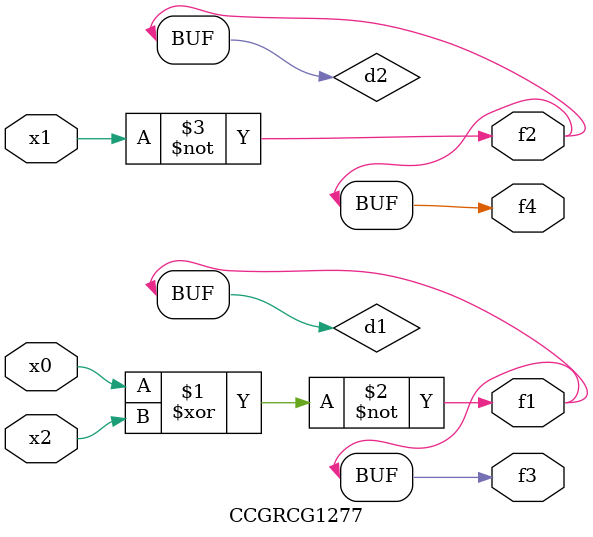
<source format=v>
module CCGRCG1277(
	input x0, x1, x2,
	output f1, f2, f3, f4
);

	wire d1, d2, d3;

	xnor (d1, x0, x2);
	nand (d2, x1);
	nor (d3, x1, x2);
	assign f1 = d1;
	assign f2 = d2;
	assign f3 = d1;
	assign f4 = d2;
endmodule

</source>
